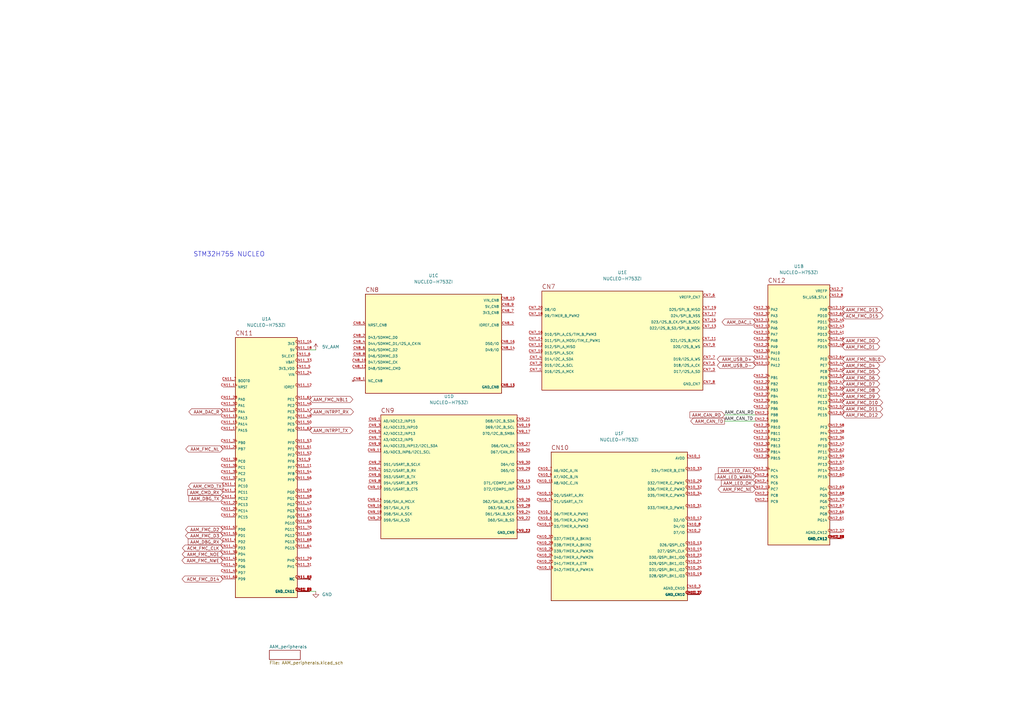
<source format=kicad_sch>
(kicad_sch (version 20250114) (generator "eeschema") (generator_version "9.0")
  (paper "A3")
  (lib_symbols
    (symbol "NUCLEO-H753ZI:NUCLEO-H753ZI" (pin_names (offset 1.016))
      (property "Reference" "U" (at -12.7 57.15 0))
      (property "Value" "NUCLEO-H753ZI" (at -12.7 -54.61 0))
      (symbol "NUCLEO-H753ZI_1_0"
        (rectangle (start -12.7 -53.34) (end 12.7 53.34) (stroke (width 0.254)) (fill (type background)))
        (text "CN11" (at -12.7 54.102 0) (effects (font (size 1.778 1.778)) (justify left bottom)))
        (pin input line (at -17.78 35.56 0) (length 5.08) (name "BOOT0") (number "CN11_7"))
        (pin input line (at -17.78 33.02 0) (length 5.08) (name "NRST") (number "CN11_14"))
        (pin bidirectional line (at -17.78 27.94 0) (length 5.08) (name "PA0") (number "CN11_28"))
        (pin bidirectional line (at -17.78 25.4 0) (length 5.08) (name "PA1") (number "CN11_30"))
        (pin bidirectional line (at -17.78 22.86 0) (length 5.08) (name "PA4") (number "CN11_32"))
        (pin bidirectional line (at -17.78 20.32 0) (length 5.08) (name "PA13") (number "CN11_13"))
        (pin bidirectional line (at -17.78 17.78 0) (length 5.08) (name "PA14") (number "CN11_15"))
        (pin bidirectional line (at -17.78 15.24 0) (length 5.08) (name "PA15") (number "CN11_17"))
        (pin bidirectional line (at -17.78 10.16 0) (length 5.08) (name "PB0") (number "CN11_34"))
        (pin bidirectional line (at -17.78 7.62 0) (length 5.08) (name "PB7") (number "CN11_21"))
        (pin bidirectional line (at -17.78 2.54 0) (length 5.08) (name "PC0") (number "CN11_38"))
        (pin bidirectional line (at -17.78 0 0) (length 5.08) (name "PC1") (number "CN11_36"))
        (pin bidirectional line (at -17.78 -2.54 0) (length 5.08) (name "PC2") (number "CN11_35"))
        (pin bidirectional line (at -17.78 -5.08 0) (length 5.08) (name "PC3") (number "CN11_37"))
        (pin bidirectional line (at -17.78 -7.62 0) (length 5.08) (name "PC10") (number "CN11_1"))
        (pin bidirectional line (at -17.78 -10.16 0) (length 5.08) (name "PC11") (number "CN11_2"))
        (pin bidirectional line (at -17.78 -12.7 0) (length 5.08) (name "PC12") (number "CN11_3"))
        (pin bidirectional line (at -17.78 -15.24 0) (length 5.08) (name "PC13") (number "CN11_23"))
        (pin bidirectional line (at -17.78 -17.78 0) (length 5.08) (name "PC14") (number "CN11_25"))
        (pin bidirectional line (at -17.78 -20.32 0) (length 5.08) (name "PC15") (number "CN11_27"))
        (pin bidirectional line (at -17.78 -25.4 0) (length 5.08) (name "PD0") (number "CN11_57"))
        (pin bidirectional line (at -17.78 -27.94 0) (length 5.08) (name "PD1") (number "CN11_55"))
        (pin bidirectional line (at -17.78 -30.48 0) (length 5.08) (name "PD2") (number "CN11_4"))
        (pin bidirectional line (at -17.78 -33.02 0) (length 5.08) (name "PD3") (number "CN11_40"))
        (pin bidirectional line (at -17.78 -35.56 0) (length 5.08) (name "PD4") (number "CN11_39"))
        (pin bidirectional line (at -17.78 -38.1 0) (length 5.08) (name "PD5") (number "CN11_41"))
        (pin bidirectional line (at -17.78 -40.64 0) (length 5.08) (name "PD6") (number "CN11_43"))
        (pin bidirectional line (at -17.78 -43.18 0) (length 5.08) (name "PD7") (number "CN11_45"))
        (pin bidirectional line (at -17.78 -45.72 0) (length 5.08) (name "PD9") (number "CN11_69"))
        (pin power_in line (at 17.78 50.8 180) (length 5.08) (name "3V3") (number "CN11_16"))
        (pin power_in line (at 17.78 48.26 180) (length 5.08) (name "5V") (number "CN11_18"))
        (pin power_in line (at 17.78 45.72 180) (length 5.08) (name "5V_EXT") (number "CN11_6"))
        (pin power_in line (at 17.78 43.18 180) (length 5.08) (name "VBAT") (number "CN11_33"))
        (pin power_in line (at 17.78 40.64 180) (length 5.08) (name "3V3_VDD") (number "CN11_5"))
        (pin power_in line (at 17.78 38.1 180) (length 5.08) (name "VIN") (number "CN11_24"))
        (pin bidirectional line (at 17.78 33.02 180) (length 5.08) (name "IOREF") (number "CN11_12"))
        (pin bidirectional line (at 17.78 27.94 180) (length 5.08) (name "PE1") (number "CN11_61"))
        (pin bidirectional line (at 17.78 25.4 180) (length 5.08) (name "PE2") (number "CN11_46"))
        (pin bidirectional line (at 17.78 22.86 180) (length 5.08) (name "PE3") (number "CN11_47"))
        (pin bidirectional line (at 17.78 20.32 180) (length 5.08) (name "PE4") (number "CN11_48"))
        (pin bidirectional line (at 17.78 17.78 180) (length 5.08) (name "PE5") (number "CN11_50"))
        (pin bidirectional line (at 17.78 15.24 180) (length 5.08) (name "PE6") (number "CN11_62"))
        (pin bidirectional line (at 17.78 10.16 180) (length 5.08) (name "PF0") (number "CN11_53"))
        (pin bidirectional line (at 17.78 7.62 180) (length 5.08) (name "PF1") (number "CN11_51"))
        (pin bidirectional line (at 17.78 5.08 180) (length 5.08) (name "PF2") (number "CN11_52"))
        (pin bidirectional line (at 17.78 2.54 180) (length 5.08) (name "PF6") (number "CN11_9"))
        (pin bidirectional line (at 17.78 0 180) (length 5.08) (name "PF7") (number "CN11_11"))
        (pin bidirectional line (at 17.78 -2.54 180) (length 5.08) (name "PF8") (number "CN11_54"))
        (pin bidirectional line (at 17.78 -5.08 180) (length 5.08) (name "PF9") (number "CN11_56"))
        (pin bidirectional line (at 17.78 -10.16 180) (length 5.08) (name "PG0") (number "CN11_59"))
        (pin bidirectional line (at 17.78 -12.7 180) (length 5.08) (name "PG1") (number "CN11_58"))
        (pin bidirectional line (at 17.78 -15.24 180) (length 5.08) (name "PG2") (number "CN11_42"))
        (pin bidirectional line (at 17.78 -17.78 180) (length 5.08) (name "PG3") (number "CN11_44"))
        (pin bidirectional line (at 17.78 -20.32 180) (length 5.08) (name "PG9") (number "CN11_63"))
        (pin bidirectional line (at 17.78 -22.86 180) (length 5.08) (name "PG10") (number "CN11_66"))
        (pin bidirectional line (at 17.78 -25.4 180) (length 5.08) (name "PG11") (number "CN11_70"))
        (pin bidirectional line (at 17.78 -27.94 180) (length 5.08) (name "PG12") (number "CN11_65"))
        (pin bidirectional line (at 17.78 -30.48 180) (length 5.08) (name "PG13") (number "CN11_68"))
        (pin bidirectional line (at 17.78 -33.02 180) (length 5.08) (name "PG15") (number "CN11_64"))
        (pin bidirectional line (at 17.78 -38.1 180) (length 5.08) (name "PH0") (number "CN11_29"))
        (pin bidirectional line (at 17.78 -40.64 180) (length 5.08) (name "PH1") (number "CN11_31"))
        (pin no_connect line (at 17.78 -45.72 180) (length 5.08) (name "NC") (number "CN11_10"))
        (pin no_connect line (at 17.78 -45.72 180) (length 5.08) (name "NC") (number "CN11_26"))
        (pin no_connect line (at 17.78 -45.72 180) (length 5.08) (name "NC") (number "CN11_67"))
        (pin power_in line (at 17.78 -50.8 180) (length 5.08) (name "GND_CN11") (number "CN11_19"))
        (pin power_in line (at 17.78 -50.8 180) (length 5.08) (name "GND_CN11") (number "CN11_20"))
        (pin power_in line (at 17.78 -50.8 180) (length 5.08) (name "GND_CN11") (number "CN11_22"))
        (pin power_in line (at 17.78 -50.8 180) (length 5.08) (name "GND_CN11") (number "CN11_49"))
        (pin power_in line (at 17.78 -50.8 180) (length 5.08) (name "GND_CN11") (number "CN11_60"))
        (pin power_in line (at 17.78 -50.8 180) (length 5.08) (name "GND_CN11") (number "CN11_71"))
        (pin power_in line (at 17.78 -50.8 180) (length 5.08) (name "GND_CN11") (number "CN11_72"))
        (pin power_in line (at 17.78 -50.8 180) (length 5.08) (name "GND_CN11") (number "CN11_8"))
      )
      (symbol "NUCLEO-H753ZI_2_0"
        (rectangle (start -12.7 -53.34) (end 12.7 53.34) (stroke (width 0.254)) (fill (type background)))
        (text "CN12" (at -12.7 54.102 0) (effects (font (size 1.778 1.778)) (justify left bottom)))
        (pin bidirectional line (at -17.78 43.18 0) (length 5.08) (name "PA2") (number "CN12_35"))
        (pin bidirectional line (at -17.78 40.64 0) (length 5.08) (name "PA3") (number "CN12_37"))
        (pin bidirectional line (at -17.78 38.1 0) (length 5.08) (name "PA5") (number "CN12_11"))
        (pin bidirectional line (at -17.78 35.56 0) (length 5.08) (name "PA6") (number "CN12_13"))
        (pin bidirectional line (at -17.78 33.02 0) (length 5.08) (name "PA7") (number "CN12_15"))
        (pin bidirectional line (at -17.78 30.48 0) (length 5.08) (name "PA8") (number "CN12_23"))
        (pin bidirectional line (at -17.78 27.94 0) (length 5.08) (name "PA9") (number "CN12_21"))
        (pin bidirectional line (at -17.78 25.4 0) (length 5.08) (name "PA10") (number "CN12_33"))
        (pin bidirectional line (at -17.78 22.86 0) (length 5.08) (name "PA11") (number "CN12_14"))
        (pin bidirectional line (at -17.78 20.32 0) (length 5.08) (name "PA12") (number "CN12_12"))
        (pin bidirectional line (at -17.78 15.24 0) (length 5.08) (name "PB1") (number "CN12_24"))
        (pin bidirectional line (at -17.78 12.7 0) (length 5.08) (name "PB2") (number "CN12_22"))
        (pin bidirectional line (at -17.78 10.16 0) (length 5.08) (name "PB3") (number "CN12_31"))
        (pin bidirectional line (at -17.78 7.62 0) (length 5.08) (name "PB4") (number "CN12_27"))
        (pin bidirectional line (at -17.78 5.08 0) (length 5.08) (name "PB5") (number "CN12_29"))
        (pin bidirectional line (at -17.78 2.54 0) (length 5.08) (name "PB6") (number "CN12_17"))
        (pin bidirectional line (at -17.78 0 0) (length 5.08) (name "PB8") (number "CN12_3"))
        (pin bidirectional line (at -17.78 -2.54 0) (length 5.08) (name "PB9") (number "CN12_5"))
        (pin bidirectional line (at -17.78 -5.08 0) (length 5.08) (name "PB10") (number "CN12_25"))
        (pin bidirectional line (at -17.78 -7.62 0) (length 5.08) (name "PB11") (number "CN12_18"))
        (pin bidirectional line (at -17.78 -10.16 0) (length 5.08) (name "PB12") (number "CN12_16"))
        (pin bidirectional line (at -17.78 -12.7 0) (length 5.08) (name "PB13") (number "CN12_30"))
        (pin bidirectional line (at -17.78 -15.24 0) (length 5.08) (name "PB14") (number "CN12_28"))
        (pin bidirectional line (at -17.78 -17.78 0) (length 5.08) (name "PB15") (number "CN12_26"))
        (pin bidirectional line (at -17.78 -22.86 0) (length 5.08) (name "PC4") (number "CN12_34"))
        (pin bidirectional line (at -17.78 -25.4 0) (length 5.08) (name "PC5") (number "CN12_6"))
        (pin bidirectional line (at -17.78 -27.94 0) (length 5.08) (name "PC6") (number "CN12_4"))
        (pin bidirectional line (at -17.78 -30.48 0) (length 5.08) (name "PC7") (number "CN12_19"))
        (pin bidirectional line (at -17.78 -33.02 0) (length 5.08) (name "PC8") (number "CN12_2"))
        (pin bidirectional line (at -17.78 -35.56 0) (length 5.08) (name "PC9") (number "CN12_1"))
        (pin power_in line (at 17.78 50.8 180) (length 5.08) (name "VREFP") (number "CN12_7"))
        (pin power_in line (at 17.78 48.26 180) (length 5.08) (name "5V_USB_STLK") (number "CN12_8"))
        (pin bidirectional line (at 17.78 43.18 180) (length 5.08) (name "PD8") (number "CN12_10"))
        (pin bidirectional line (at 17.78 40.64 180) (length 5.08) (name "PD10") (number "CN12_65"))
        (pin bidirectional line (at 17.78 38.1 180) (length 5.08) (name "PD11") (number "CN12_45"))
        (pin bidirectional line (at 17.78 35.56 180) (length 5.08) (name "PD12") (number "CN12_43"))
        (pin bidirectional line (at 17.78 33.02 180) (length 5.08) (name "PD13") (number "CN12_41"))
        (pin bidirectional line (at 17.78 30.48 180) (length 5.08) (name "PD14") (number "CN12_46"))
        (pin bidirectional line (at 17.78 27.94 180) (length 5.08) (name "PD15") (number "CN12_48"))
        (pin bidirectional line (at 17.78 22.86 180) (length 5.08) (name "PE0") (number "CN12_64"))
        (pin bidirectional line (at 17.78 20.32 180) (length 5.08) (name "PE7") (number "CN12_44"))
        (pin bidirectional line (at 17.78 17.78 180) (length 5.08) (name "PE8") (number "CN12_40"))
        (pin bidirectional line (at 17.78 15.24 180) (length 5.08) (name "PE9") (number "CN12_52"))
        (pin bidirectional line (at 17.78 12.7 180) (length 5.08) (name "PE10") (number "CN12_47"))
        (pin bidirectional line (at 17.78 10.16 180) (length 5.08) (name "PE11") (number "CN12_56"))
        (pin bidirectional line (at 17.78 7.62 180) (length 5.08) (name "PE12") (number "CN12_49"))
        (pin bidirectional line (at 17.78 5.08 180) (length 5.08) (name "PE13") (number "CN12_55"))
        (pin bidirectional line (at 17.78 2.54 180) (length 5.08) (name "PE14") (number "CN12_51"))
        (pin bidirectional line (at 17.78 0 180) (length 5.08) (name "PE15") (number "CN12_53"))
        (pin bidirectional line (at 17.78 -5.08 180) (length 5.08) (name "PF3") (number "CN12_58"))
        (pin bidirectional line (at 17.78 -7.62 180) (length 5.08) (name "PF4") (number "CN12_38"))
        (pin bidirectional line (at 17.78 -10.16 180) (length 5.08) (name "PF5") (number "CN12_36"))
        (pin bidirectional line (at 17.78 -12.7 180) (length 5.08) (name "PF10") (number "CN12_42"))
        (pin bidirectional line (at 17.78 -15.24 180) (length 5.08) (name "PF11") (number "CN12_62"))
        (pin bidirectional line (at 17.78 -17.78 180) (length 5.08) (name "PF12") (number "CN12_59"))
        (pin bidirectional line (at 17.78 -20.32 180) (length 5.08) (name "PF13") (number "CN12_57"))
        (pin bidirectional line (at 17.78 -22.86 180) (length 5.08) (name "PF14") (number "CN12_50"))
        (pin bidirectional line (at 17.78 -25.4 180) (length 5.08) (name "PF15") (number "CN12_60"))
        (pin bidirectional line (at 17.78 -30.48 180) (length 5.08) (name "PG4") (number "CN12_69"))
        (pin bidirectional line (at 17.78 -33.02 180) (length 5.08) (name "PG5") (number "CN12_68"))
        (pin bidirectional line (at 17.78 -35.56 180) (length 5.08) (name "PG6") (number "CN12_70"))
        (pin bidirectional line (at 17.78 -38.1 180) (length 5.08) (name "PG7") (number "CN12_67"))
        (pin bidirectional line (at 17.78 -40.64 180) (length 5.08) (name "PG8") (number "CN12_66"))
        (pin bidirectional line (at 17.78 -43.18 180) (length 5.08) (name "PG14") (number "CN12_61"))
        (pin power_in line (at 17.78 -48.26 180) (length 5.08) (name "AGND_CN12") (number "CN12_32"))
        (pin power_in line (at 17.78 -50.8 180) (length 5.08) (name "GND_CN12") (number "CN12_20"))
        (pin power_in line (at 17.78 -50.8 180) (length 5.08) (name "GND_CN12") (number "CN12_39"))
        (pin power_in line (at 17.78 -50.8 180) (length 5.08) (name "GND_CN12") (number "CN12_54"))
        (pin power_in line (at 17.78 -50.8 180) (length 5.08) (name "GND_CN12") (number "CN12_63"))
        (pin power_in line (at 17.78 -50.8 180) (length 5.08) (name "GND_CN12") (number "CN12_71"))
        (pin power_in line (at 17.78 -50.8 180) (length 5.08) (name "GND_CN12") (number "CN12_72"))
        (pin power_in line (at 17.78 -50.8 180) (length 5.08) (name "GND_CN12") (number "CN12_9"))
      )
      (symbol "NUCLEO-H753ZI_3_0"
        (rectangle (start -27.94 -20.32) (end 27.94 20.32) (stroke (width 0.254)) (fill (type background)))
        (text "CN8" (at -27.94 21.082 0) (effects (font (size 1.778 1.778)) (justify left bottom)))
        (pin input line (at -33.02 7.62 0) (length 5.08) (name "NRST_CN8") (number "CN8_5"))
        (pin bidirectional line (at -33.02 2.54 0) (length 5.08) (name "D43/SDMMC_D0") (number "CN8_2"))
        (pin bidirectional line (at -33.02 0 0) (length 5.08) (name "D44/SDMMC_D1/I2S_A_CKIN") (number "CN8_4"))
        (pin bidirectional line (at -33.02 -2.54 0) (length 5.08) (name "D45/SDMMC_D2") (number "CN8_6"))
        (pin bidirectional line (at -33.02 -5.08 0) (length 5.08) (name "D46/SDMMC_D3") (number "CN8_8"))
        (pin bidirectional line (at -33.02 -7.62 0) (length 5.08) (name "D47/SDMMC_CK") (number "CN8_10"))
        (pin bidirectional line (at -33.02 -10.16 0) (length 5.08) (name "D48/SDMMC_CMD") (number "CN8_12"))
        (pin no_connect line (at -33.02 -15.24 0) (length 5.08) (name "NC_CN8") (number "CN8_1"))
        (pin power_in line (at 33.02 17.78 180) (length 5.08) (name "VIN_CN8") (number "CN8_15"))
        (pin power_in line (at 33.02 15.24 180) (length 5.08) (name "5V_CN8") (number "CN8_9"))
        (pin power_in line (at 33.02 12.7 180) (length 5.08) (name "3V3_CN8") (number "CN8_7"))
        (pin bidirectional line (at 33.02 7.62 180) (length 5.08) (name "IOREF_CN8") (number "CN8_3"))
        (pin bidirectional line (at 33.02 0 180) (length 5.08) (name "D50/IO") (number "CN8_16"))
        (pin bidirectional line (at 33.02 -2.54 180) (length 5.08) (name "D49/IO") (number "CN8_14"))
        (pin power_in line (at 33.02 -17.78 180) (length 5.08) (name "GND_CN8") (number "CN8_11"))
        (pin power_in line (at 33.02 -17.78 180) (length 5.08) (name "GND_CN8") (number "CN8_13"))
      )
      (symbol "NUCLEO-H753ZI_4_0"
        (rectangle (start -27.94 -25.4) (end 27.94 25.4) (stroke (width 0.254)) (fill (type background)))
        (text "CN9" (at -27.94 26.162 0) (effects (font (size 1.778 1.778)) (justify left bottom)))
        (pin input line (at -33.02 22.86 0) (length 5.08) (name "A0/ADC12_INP15") (number "CN9_1"))
        (pin input line (at -33.02 20.32 0) (length 5.08) (name "A1/ADC123_INP10") (number "CN9_3"))
        (pin input line (at -33.02 17.78 0) (length 5.08) (name "A2/ADC12_INP13") (number "CN9_5"))
        (pin input line (at -33.02 15.24 0) (length 5.08) (name "A3/ADC12_INP5") (number "CN9_7"))
        (pin input line (at -33.02 12.7 0) (length 5.08) (name "A4/ADC123_INP12/I2C1_SDA") (number "CN9_9"))
        (pin input line (at -33.02 10.16 0) (length 5.08) (name "A5/ADC3_INP6/I2C1_SCL") (number "CN9_11"))
        (pin bidirectional line (at -33.02 5.08 0) (length 5.08) (name "D51/USART_B_SCLK") (number "CN9_2"))
        (pin bidirectional line (at -33.02 2.54 0) (length 5.08) (name "D52/USART_B_RX") (number "CN9_4"))
        (pin bidirectional line (at -33.02 0 0) (length 5.08) (name "D53/USART_B_TX") (number "CN9_6"))
        (pin bidirectional line (at -33.02 -2.54 0) (length 5.08) (name "D54/USART_B_RTS") (number "CN9_8"))
        (pin bidirectional line (at -33.02 -5.08 0) (length 5.08) (name "D55/USART_B_CTS") (number "CN9_10"))
        (pin bidirectional line (at -33.02 -10.16 0) (length 5.08) (name "D56/SAI_A_MCLK") (number "CN9_14"))
        (pin bidirectional line (at -33.02 -12.7 0) (length 5.08) (name "D57/SAI_A_FS") (number "CN9_16"))
        (pin bidirectional line (at -33.02 -15.24 0) (length 5.08) (name "D58/SAI_A_SCK") (number "CN9_18"))
        (pin bidirectional line (at -33.02 -17.78 0) (length 5.08) (name "D59/SAI_A_SD") (number "CN9_20"))
        (pin bidirectional line (at 33.02 22.86 180) (length 5.08) (name "D68/I2C_B_SDA") (number "CN9_21"))
        (pin bidirectional line (at 33.02 20.32 180) (length 5.08) (name "D69/I2C_B_SCL") (number "CN9_19"))
        (pin bidirectional line (at 33.02 17.78 180) (length 5.08) (name "D70/I2C_B_SMBA") (number "CN9_17"))
        (pin output line (at 33.02 12.7 180) (length 5.08) (name "D66/CAN_TX") (number "CN9_27"))
        (pin input line (at 33.02 10.16 180) (length 5.08) (name "D67/CAN_RX") (number "CN9_25"))
        (pin bidirectional line (at 33.02 5.08 180) (length 5.08) (name "D64/IO") (number "CN9_30"))
        (pin bidirectional line (at 33.02 2.54 180) (length 5.08) (name "D65/IO") (number "CN9_29"))
        (pin bidirectional line (at 33.02 -2.54 180) (length 5.08) (name "D71/COMP2_INP") (number "CN9_15"))
        (pin bidirectional line (at 33.02 -5.08 180) (length 5.08) (name "D72/COMP1_INP") (number "CN9_13"))
        (pin bidirectional line (at 33.02 -10.16 180) (length 5.08) (name "D62/SAI_B_MCLK") (number "CN9_26"))
        (pin bidirectional line (at 33.02 -12.7 180) (length 5.08) (name "D63/SAI_B_FS") (number "CN9_28"))
        (pin bidirectional line (at 33.02 -15.24 180) (length 5.08) (name "D61/SAI_B_SCK") (number "CN9_24"))
        (pin bidirectional line (at 33.02 -17.78 180) (length 5.08) (name "D60/SAI_B_SD") (number "CN9_22"))
        (pin power_in line (at 33.02 -22.86 180) (length 5.08) (name "GND_CN9") (number "CN9_12"))
        (pin power_in line (at 33.02 -22.86 180) (length 5.08) (name "GND_CN9") (number "CN9_23"))
      )
      (symbol "NUCLEO-H753ZI_5_0"
        (rectangle (start -33.02 -20.32) (end 33.02 20.32) (stroke (width 0.254)) (fill (type background)))
        (text "CN7" (at -33.02 21.082 0) (effects (font (size 1.778 1.778)) (justify left bottom)))
        (pin bidirectional line (at -38.1 12.7 0) (length 5.08) (name "D8/IO") (number "CN7_20"))
        (pin bidirectional line (at -38.1 10.16 0) (length 5.08) (name "D9/TIMER_B_PWM2") (number "CN7_18"))
        (pin bidirectional line (at -38.1 2.54 0) (length 5.08) (name "D10/SPI_A_CS/TIM_B_PWM3") (number "CN7_16"))
        (pin bidirectional line (at -38.1 0 0) (length 5.08) (name "D11/SPI_A_MOSI/TIM_E_PWM1") (number "CN7_14"))
        (pin bidirectional line (at -38.1 -2.54 0) (length 5.08) (name "D12/SPI_A_MISO") (number "CN7_12"))
        (pin bidirectional line (at -38.1 -5.08 0) (length 5.08) (name "D13/SPI_A_SCK") (number "CN7_10"))
        (pin bidirectional line (at -38.1 -7.62 0) (length 5.08) (name "D14/I2C_A_SDA") (number "CN7_4"))
        (pin bidirectional line (at -38.1 -10.16 0) (length 5.08) (name "D15/I2C_A_SCL") (number "CN7_2"))
        (pin bidirectional line (at -38.1 -12.7 0) (length 5.08) (name "D16/I2S_A_MCK") (number "CN7_1"))
        (pin power_in line (at 38.1 17.78 180) (length 5.08) (name "VREFP_CN7") (number "CN7_6"))
        (pin bidirectional line (at 38.1 12.7 180) (length 5.08) (name "D25/SPI_B_MISO") (number "CN7_19"))
        (pin bidirectional line (at 38.1 10.16 180) (length 5.08) (name "D24/SPI_B_NSS") (number "CN7_17"))
        (pin bidirectional line (at 38.1 7.62 180) (length 5.08) (name "D23/I2S_B_CK/SPI_B_SCK") (number "CN7_15"))
        (pin bidirectional line (at 38.1 5.08 180) (length 5.08) (name "D22/I2S_B_SD/SPI_B_MOSI") (number "CN7_13"))
        (pin bidirectional line (at 38.1 0 180) (length 5.08) (name "D21/I2S_B_MCK") (number "CN7_11"))
        (pin bidirectional line (at 38.1 -2.54 180) (length 5.08) (name "D20/I2S_B_WS") (number "CN7_9"))
        (pin bidirectional line (at 38.1 -7.62 180) (length 5.08) (name "D19/I2S_A_WS") (number "CN7_7"))
        (pin bidirectional line (at 38.1 -10.16 180) (length 5.08) (name "D18/I2S_A_CK") (number "CN7_5"))
        (pin bidirectional line (at 38.1 -12.7 180) (length 5.08) (name "D17/I2S_A_SD") (number "CN7_3"))
        (pin power_in line (at 38.1 -17.78 180) (length 5.08) (name "GND_CN7") (number "CN7_8"))
      )
      (symbol "NUCLEO-H753ZI_6_0"
        (rectangle (start -27.94 -30.48) (end 27.94 30.48) (stroke (width 0.254)) (fill (type background)))
        (text "CN10" (at -27.94 31.242 0) (effects (font (size 1.778 1.778)) (justify left bottom)))
        (pin input line (at -33.02 22.86 0) (length 5.08) (name "A6/ADC_A_IN") (number "CN10_7"))
        (pin input line (at -33.02 20.32 0) (length 5.08) (name "A7/ADC_B_IN") (number "CN10_9"))
        (pin input line (at -33.02 17.78 0) (length 5.08) (name "A8/ADC_C_IN") (number "CN10_11"))
        (pin input line (at -33.02 12.7 0) (length 5.08) (name "D0/USART_A_RX") (number "CN10_16"))
        (pin output line (at -33.02 10.16 0) (length 5.08) (name "D1/USART_A_TX") (number "CN10_14"))
        (pin bidirectional line (at -33.02 5.08 0) (length 5.08) (name "D6/TIMER_A_PWM1") (number "CN10_4"))
        (pin bidirectional line (at -33.02 2.54 0) (length 5.08) (name "D5/TIMER_A_PWM2") (number "CN10_6"))
        (pin bidirectional line (at -33.02 0 0) (length 5.08) (name "D3/TIMER_A_PWM3") (number "CN10_10"))
        (pin bidirectional line (at -33.02 -5.08 0) (length 5.08) (name "D37/TIMER_A_BKIN1") (number "CN10_30"))
        (pin bidirectional line (at -33.02 -7.62 0) (length 5.08) (name "D38/TIMER_A_BKIN2") (number "CN10_28"))
        (pin bidirectional line (at -33.02 -10.16 0) (length 5.08) (name "D39/TIMER_A_PWM3N") (number "CN10_26"))
        (pin bidirectional line (at -33.02 -12.7 0) (length 5.08) (name "D40/TIMER_A_PWM2N") (number "CN10_24"))
        (pin bidirectional line (at -33.02 -15.24 0) (length 5.08) (name "D41/TIMER_A_ETR") (number "CN10_20"))
        (pin bidirectional line (at -33.02 -17.78 0) (length 5.08) (name "D42/TIMER_A_PWM1N") (number "CN10_18"))
        (pin power_in line (at 33.02 27.94 180) (length 5.08) (name "AVDD") (number "CN10_1"))
        (pin bidirectional line (at 33.02 22.86 180) (length 5.08) (name "D34/TIMER_B_ETR") (number "CN10_33"))
        (pin bidirectional line (at 33.02 17.78 180) (length 5.08) (name "D32/TIMER_C_PWM1") (number "CN10_29"))
        (pin bidirectional line (at 33.02 15.24 180) (length 5.08) (name "D36/TIMER_C_PWM2") (number "CN10_32"))
        (pin bidirectional line (at 33.02 12.7 180) (length 5.08) (name "D35/TIMER_C_PWM3") (number "CN10_34"))
        (pin bidirectional line (at 33.02 7.62 180) (length 5.08) (name "D33/TIMER_D_PWM1") (number "CN10_31"))
        (pin bidirectional line (at 33.02 2.54 180) (length 5.08) (name "D2/IO") (number "CN10_12"))
        (pin bidirectional line (at 33.02 0 180) (length 5.08) (name "D4/IO") (number "CN10_8"))
        (pin bidirectional line (at 33.02 -2.54 180) (length 5.08) (name "D7/IO") (number "CN10_2"))
        (pin bidirectional line (at 33.02 -7.62 180) (length 5.08) (name "D26/QSPI_CS") (number "CN10_13"))
        (pin bidirectional line (at 33.02 -10.16 180) (length 5.08) (name "D27/QSPI_CLK") (number "CN10_15"))
        (pin bidirectional line (at 33.02 -12.7 180) (length 5.08) (name "D30/QSPI_BK1_IO0") (number "CN10_23"))
        (pin bidirectional line (at 33.02 -15.24 180) (length 5.08) (name "D29/QSPI_BK1_IO1") (number "CN10_21"))
        (pin bidirectional line (at 33.02 -17.78 180) (length 5.08) (name "D31/QSPI_BK1_IO2") (number "CN10_25"))
        (pin bidirectional line (at 33.02 -20.32 180) (length 5.08) (name "D28/QSPI_BK1_IO3") (number "CN10_19"))
        (pin power_in line (at 33.02 -25.4 180) (length 5.08) (name "AGND_CN10") (number "CN10_3"))
        (pin power_in line (at 33.02 -27.94 180) (length 5.08) (name "GND_CN10") (number "CN10_17"))
        (pin power_in line (at 33.02 -27.94 180) (length 5.08) (name "GND_CN10") (number "CN10_22"))
        (pin power_in line (at 33.02 -27.94 180) (length 5.08) (name "GND_CN10") (number "CN10_27"))
        (pin power_in line (at 33.02 -27.94 180) (length 5.08) (name "GND_CN10") (number "CN10_5"))
      )
    )
    (symbol "power:+5V" (power) (pin_numbers (hide yes)) (pin_names (offset 0) (hide yes))
      (property "Value" "+5V" (at 0 3.556 0))
      (symbol "+5V_0_1"
        (polyline (pts (xy -0.762 1.27) (xy 0 2.54)))
        (polyline (pts (xy 0 2.54) (xy 0.762 1.27)))
        (polyline (pts (xy 0 0) (xy 0 2.54)))
      )
      (symbol "+5V_1_1"
        (pin power_in line (at 0 0 90) (length 0) (name "~") (number "1"))
      )
    )
    (symbol "power:GND" (power) (pin_numbers (hide yes)) (pin_names (offset 0) (hide yes))
      (property "Value" "GND" (at 0 -3.81 0))
      (symbol "GND_0_1"
        (polyline (pts (xy 0 0) (xy 0 -1.27) (xy 1.27 -1.27) (xy 0 -2.54) (xy -1.27 -1.27) (xy 0 -1.27)))
      )
      (symbol "GND_1_1"
        (pin power_in line (at 0 0 270) (length 0) (name "~") (number "1"))
      )
    )
  )
  (text "STM32H755 NUCLEO" (at 93.98 104.394 0) (effects (font (size 1.905 1.905))))
  (wire (pts (xy 127 242.57) (xy 129.54 242.57)))
  (wire (pts (xy 297.18 172.72) (xy 309.88 172.72)))
  (wire (pts (xy 297.18 170.18) (xy 309.88 170.18)))
  (wire (pts (xy 127 143.51) (xy 129.54 143.51)))
  (label "AAM_CAN_TD" (at 297.18 172.72 0))
  (label "AAM_CAN_RD" (at 297.18 170.18 0))
  (global_label "AAM_CAN_RD" (shape input) (at 297.18 170.18 180) (property "Intersheetrefs" "${INTERSHEET_REFS}" (effects (hide yes))))
  (global_label "AAM_FMC_D6" (shape bidirectional) (at 345.44 154.94 0) (property "Intersheetrefs" "${INTERSHEET_REFS}" (effects (hide yes))))
  (global_label "AAM_FMC_NWE" (shape bidirectional) (at 91.44 229.87 180) (property "Intersheetrefs" "${INTERSHEET_REFS}" (effects (hide yes))))
  (global_label "AAM_FMC_D9" (shape bidirectional) (at 345.44 162.56 0) (property "Intersheetrefs" "${INTERSHEET_REFS}" (effects (hide yes))))
  (global_label "AAM_CMD_TX" (shape output) (at 91.44 199.39 180) (property "Intersheetrefs" "${INTERSHEET_REFS}" (effects (hide yes))))
  (global_label "AAM_FMC_NE" (shape bidirectional) (at 309.88 200.66 180) (property "Intersheetrefs" "${INTERSHEET_REFS}" (effects (hide yes))))
  (global_label "AAM_FMC_D11" (shape bidirectional) (at 345.44 167.64 0) (property "Intersheetrefs" "${INTERSHEET_REFS}" (effects (hide yes))))
  (global_label "AAM_INTRPT_TX" (shape bidirectional) (at 127 176.53 0) (property "Intersheetrefs" "${INTERSHEET_REFS}" (effects (hide yes))))
  (global_label "AAM_FMC_NL" (shape bidirectional) (at 91.44 184.15 180) (property "Intersheetrefs" "${INTERSHEET_REFS}" (effects (hide yes))))
  (global_label "AAM_FMC_D1" (shape bidirectional) (at 345.44 142.24 0) (property "Intersheetrefs" "${INTERSHEET_REFS}" (effects (hide yes))))
  (global_label "ACM_FMC_D15" (shape bidirectional) (at 345.44 129.54 0) (property "Intersheetrefs" "${INTERSHEET_REFS}" (effects (hide yes))))
  (global_label "AAM_FMC_D8" (shape bidirectional) (at 345.44 160.02 0) (property "Intersheetrefs" "${INTERSHEET_REFS}" (effects (hide yes))))
  (global_label "AAM_INTRPT_RX" (shape bidirectional) (at 127 168.91 0) (property "Intersheetrefs" "${INTERSHEET_REFS}" (effects (hide yes))))
  (global_label "AAM_DBG_RX" (shape input) (at 91.44 222.25 180) (property "Intersheetrefs" "${INTERSHEET_REFS}" (effects (hide yes))))
  (global_label "AAM_LED_OK" (shape input) (at 309.88 198.12 180) (property "Intersheetrefs" "${INTERSHEET_REFS}" (effects (hide yes))))
  (global_label "AAM_DAC_L" (shape bidirectional) (at 309.88 132.08 180) (property "Intersheetrefs" "${INTERSHEET_REFS}" (effects (hide yes))))
  (global_label "AAM_FMC_D0" (shape bidirectional) (at 345.44 139.7 0) (property "Intersheetrefs" "${INTERSHEET_REFS}" (effects (hide yes))))
  (global_label "AAM_DBG_TX" (shape input) (at 91.44 204.47 180) (property "Intersheetrefs" "${INTERSHEET_REFS}" (effects (hide yes))))
  (global_label "AAM_FMC_NBL0" (shape bidirectional) (at 345.44 147.32 0) (property "Intersheetrefs" "${INTERSHEET_REFS}" (effects (hide yes))))
  (global_label "AAM_FMC_D4" (shape bidirectional) (at 345.44 149.86 0) (property "Intersheetrefs" "${INTERSHEET_REFS}" (effects (hide yes))))
  (global_label "AAM_CMD_RX" (shape input) (at 91.44 201.93 180) (property "Intersheetrefs" "${INTERSHEET_REFS}" (effects (hide yes))))
  (global_label "AAM_DAC_R" (shape bidirectional) (at 91.44 168.91 180) (property "Intersheetrefs" "${INTERSHEET_REFS}" (effects (hide yes))))
  (global_label "AAM_FMC_D2" (shape bidirectional) (at 91.44 217.17 180) (property "Intersheetrefs" "${INTERSHEET_REFS}" (effects (hide yes))))
  (global_label "AAM_FMC_D3" (shape bidirectional) (at 91.44 219.71 180) (property "Intersheetrefs" "${INTERSHEET_REFS}" (effects (hide yes))))
  (global_label "AAM_LED_FAIL" (shape input) (at 309.88 193.04 180) (property "Intersheetrefs" "${INTERSHEET_REFS}" (effects (hide yes))))
  (global_label "AAM_USB_D-" (shape bidirectional) (at 309.88 149.86 180) (property "Intersheetrefs" "${INTERSHEET_REFS}" (effects (hide yes))))
  (global_label "AAM_FMC_D7" (shape bidirectional) (at 345.44 157.48 0) (property "Intersheetrefs" "${INTERSHEET_REFS}" (effects (hide yes))))
  (global_label "AAM_FMC_NOE" (shape bidirectional) (at 91.44 227.33 180) (property "Intersheetrefs" "${INTERSHEET_REFS}" (effects (hide yes))))
  (global_label "AAM_USB_D+" (shape bidirectional) (at 309.88 147.32 180) (property "Intersheetrefs" "${INTERSHEET_REFS}" (effects (hide yes))))
  (global_label "AAM_FMC_NBL1" (shape bidirectional) (at 127 163.83 0) (property "Intersheetrefs" "${INTERSHEET_REFS}" (effects (hide yes))))
  (global_label "ACM_FMC_D14" (shape bidirectional) (at 91.44 237.49 180) (property "Intersheetrefs" "${INTERSHEET_REFS}" (effects (hide yes))))
  (global_label "AAM_CAN_TD" (shape output) (at 297.18 172.72 180) (property "Intersheetrefs" "${INTERSHEET_REFS}" (effects (hide yes))))
  (global_label "AAM_FMC_D13" (shape bidirectional) (at 345.44 127 0) (property "Intersheetrefs" "${INTERSHEET_REFS}" (effects (hide yes))))
  (global_label "ACM_FMC_CLK" (shape bidirectional) (at 91.44 224.79 180) (property "Intersheetrefs" "${INTERSHEET_REFS}" (effects (hide yes))))
  (global_label "AAM_LED_WARN" (shape input) (at 309.88 195.58 180) (property "Intersheetrefs" "${INTERSHEET_REFS}" (effects (hide yes))))
  (global_label "AAM_FMC_D5" (shape bidirectional) (at 345.44 152.4 0) (property "Intersheetrefs" "${INTERSHEET_REFS}" (effects (hide yes))))
  (global_label "AAM_FMC_D12" (shape bidirectional) (at 345.44 170.18 0) (property "Intersheetrefs" "${INTERSHEET_REFS}" (effects (hide yes))))
  (global_label "AAM_FMC_D10" (shape bidirectional) (at 345.44 165.1 0) (property "Intersheetrefs" "${INTERSHEET_REFS}" (effects (hide yes))))
  (symbol (lib_id "power:+5V") (at 129.54 143.51 0) (unit 1)
    (property "Reference" "#PWR0100" (effects (hide yes)))
    (property "Value" "5V_AAM" (at 132.08 142.2399 0) (effects (justify left)))
    (property "Description" "Power symbol creates a global label with name \"+5V\"" (effects (hide yes)))
  )
  (symbol (lib_id "NUCLEO-H753ZI:NUCLEO-H753ZI") (at 184.15 195.58 0) (unit 4)
    (property "Reference" "U1" (at 184.15 162.56 0))
    (property "Value" "NUCLEO-H753ZI" (at 184.15 165.1 0))
    (property "Footprint" "NUCLEO-H753ZI:MODULE_NUCLEO-H753ZI" (effects (hide yes)))
    (property "MF" "STMicroelectronics" (effects (hide yes)))
    (property "Description_1" "STM32H753ZI Nucleo-144 STM32H7 ARM® Cortex®-M7 MCU 32-Bit Embedded Evaluation Board" (effects (hide yes)))
    (property "Package" "None" (effects (hide yes)))
    (property "Price" "None" (effects (hide yes)))
    (property "Check_prices" "https://www.snapeda.com/parts/NUCLEO-H753ZI/STMicroelectronics/view-part/?ref=eda" (effects (hide yes)))
    (property "STANDARD" "Manufacturer Recommendations" (effects (hide yes)))
    (property "PARTREV" "Rev. 2" (effects (hide yes)))
    (property "SnapEDA_Link" "https://www.snapeda.com/parts/NUCLEO-H753ZI/STMicroelectronics/view-part/?ref=snap" (effects (hide yes)))
    (property "MP" "NUCLEO-H753ZI" (effects (hide yes)))
    (property "Availability" "In Stock" (effects (hide yes)))
    (property "MANUFACTURER" "STMicroelectronics" (effects (hide yes)))
  )
  (symbol (lib_id "NUCLEO-H753ZI:NUCLEO-H753ZI") (at 109.22 191.77 0) (unit 1)
    (property "Reference" "U1" (at 109.22 130.81 0))
    (property "Value" "NUCLEO-H753ZI" (at 109.22 133.35 0))
    (property "Footprint" "NUCLEO-H753ZI:MODULE_NUCLEO-H753ZI" (effects (hide yes)))
    (property "MF" "STMicroelectronics" (effects (hide yes)))
    (property "Description_1" "STM32H753ZI Nucleo-144 STM32H7 ARM® Cortex®-M7 MCU 32-Bit Embedded Evaluation Board" (effects (hide yes)))
    (property "Package" "None" (effects (hide yes)))
    (property "Price" "None" (effects (hide yes)))
    (property "Check_prices" "https://www.snapeda.com/parts/NUCLEO-H753ZI/STMicroelectronics/view-part/?ref=eda" (effects (hide yes)))
    (property "STANDARD" "Manufacturer Recommendations" (effects (hide yes)))
    (property "PARTREV" "Rev. 2" (effects (hide yes)))
    (property "SnapEDA_Link" "https://www.snapeda.com/parts/NUCLEO-H753ZI/STMicroelectronics/view-part/?ref=snap" (effects (hide yes)))
    (property "MP" "NUCLEO-H753ZI" (effects (hide yes)))
    (property "Availability" "In Stock" (effects (hide yes)))
    (property "MANUFACTURER" "STMicroelectronics" (effects (hide yes)))
  )
  (symbol (lib_id "NUCLEO-H753ZI:NUCLEO-H753ZI") (at 255.27 139.7 0) (unit 5)
    (property "Reference" "U1" (at 255.27 111.76 0))
    (property "Value" "NUCLEO-H753ZI" (at 255.27 114.3 0))
    (property "Footprint" "NUCLEO-H753ZI:MODULE_NUCLEO-H753ZI" (effects (hide yes)))
    (property "MF" "STMicroelectronics" (effects (hide yes)))
    (property "Description_1" "STM32H753ZI Nucleo-144 STM32H7 ARM® Cortex®-M7 MCU 32-Bit Embedded Evaluation Board" (effects (hide yes)))
    (property "Package" "None" (effects (hide yes)))
    (property "Price" "None" (effects (hide yes)))
    (property "Check_prices" "https://www.snapeda.com/parts/NUCLEO-H753ZI/STMicroelectronics/view-part/?ref=eda" (effects (hide yes)))
    (property "STANDARD" "Manufacturer Recommendations" (effects (hide yes)))
    (property "PARTREV" "Rev. 2" (effects (hide yes)))
    (property "SnapEDA_Link" "https://www.snapeda.com/parts/NUCLEO-H753ZI/STMicroelectronics/view-part/?ref=snap" (effects (hide yes)))
    (property "MP" "NUCLEO-H753ZI" (effects (hide yes)))
    (property "Availability" "In Stock" (effects (hide yes)))
    (property "MANUFACTURER" "STMicroelectronics" (effects (hide yes)))
  )
  (symbol (lib_id "NUCLEO-H753ZI:NUCLEO-H753ZI") (at 254 215.9 0) (unit 6)
    (property "Reference" "U1" (at 254 177.8 0))
    (property "Value" "NUCLEO-H753ZI" (at 254 180.34 0))
    (property "Footprint" "NUCLEO-H753ZI:MODULE_NUCLEO-H753ZI" (effects (hide yes)))
    (property "MF" "STMicroelectronics" (effects (hide yes)))
    (property "Description_1" "STM32H753ZI Nucleo-144 STM32H7 ARM® Cortex®-M7 MCU 32-Bit Embedded Evaluation Board" (effects (hide yes)))
    (property "Package" "None" (effects (hide yes)))
    (property "Price" "None" (effects (hide yes)))
    (property "Check_prices" "https://www.snapeda.com/parts/NUCLEO-H753ZI/STMicroelectronics/view-part/?ref=eda" (effects (hide yes)))
    (property "STANDARD" "Manufacturer Recommendations" (effects (hide yes)))
    (property "PARTREV" "Rev. 2" (effects (hide yes)))
    (property "SnapEDA_Link" "https://www.snapeda.com/parts/NUCLEO-H753ZI/STMicroelectronics/view-part/?ref=snap" (effects (hide yes)))
    (property "MP" "NUCLEO-H753ZI" (effects (hide yes)))
    (property "Availability" "In Stock" (effects (hide yes)))
    (property "MANUFACTURER" "STMicroelectronics" (effects (hide yes)))
  )
  (symbol (lib_id "NUCLEO-H753ZI:NUCLEO-H753ZI") (at 327.66 170.18 0) (unit 2)
    (property "Reference" "U1" (at 327.66 109.22 0))
    (property "Value" "NUCLEO-H753ZI" (at 327.66 111.76 0))
    (property "Footprint" "NUCLEO-H753ZI:MODULE_NUCLEO-H753ZI" (effects (hide yes)))
    (property "MF" "STMicroelectronics" (effects (hide yes)))
    (property "Description_1" "STM32H753ZI Nucleo-144 STM32H7 ARM® Cortex®-M7 MCU 32-Bit Embedded Evaluation Board" (effects (hide yes)))
    (property "Package" "None" (effects (hide yes)))
    (property "Price" "None" (effects (hide yes)))
    (property "Check_prices" "https://www.snapeda.com/parts/NUCLEO-H753ZI/STMicroelectronics/view-part/?ref=eda" (effects (hide yes)))
    (property "STANDARD" "Manufacturer Recommendations" (effects (hide yes)))
    (property "PARTREV" "Rev. 2" (effects (hide yes)))
    (property "SnapEDA_Link" "https://www.snapeda.com/parts/NUCLEO-H753ZI/STMicroelectronics/view-part/?ref=snap" (effects (hide yes)))
    (property "MP" "NUCLEO-H753ZI" (effects (hide yes)))
    (property "Availability" "In Stock" (effects (hide yes)))
    (property "MANUFACTURER" "STMicroelectronics" (effects (hide yes)))
  )
  (symbol (lib_id "power:GND") (at 129.54 242.57 0) (unit 1)
    (property "Reference" "#PWR0101" (effects (hide yes)))
    (property "Value" "GND" (at 132.08 243.8399 0) (effects (justify left)))
    (property "Description" "Power symbol creates a global label with name \"GND\" , ground" (effects (hide yes)))
  )
  (symbol (lib_id "NUCLEO-H753ZI:NUCLEO-H753ZI") (at 177.8 140.97 0) (unit 3)
    (property "Reference" "U1" (at 177.8 113.03 0))
    (property "Value" "NUCLEO-H753ZI" (at 177.8 115.57 0))
    (property "Footprint" "NUCLEO-H753ZI:MODULE_NUCLEO-H753ZI" (effects (hide yes)))
    (property "MF" "STMicroelectronics" (effects (hide yes)))
    (property "Description_1" "STM32H753ZI Nucleo-144 STM32H7 ARM® Cortex®-M7 MCU 32-Bit Embedded Evaluation Board" (effects (hide yes)))
    (property "Package" "None" (effects (hide yes)))
    (property "Price" "None" (effects (hide yes)))
    (property "Check_prices" "https://www.snapeda.com/parts/NUCLEO-H753ZI/STMicroelectronics/view-part/?ref=eda" (effects (hide yes)))
    (property "STANDARD" "Manufacturer Recommendations" (effects (hide yes)))
    (property "PARTREV" "Rev. 2" (effects (hide yes)))
    (property "SnapEDA_Link" "https://www.snapeda.com/parts/NUCLEO-H753ZI/STMicroelectronics/view-part/?ref=snap" (effects (hide yes)))
    (property "MP" "NUCLEO-H753ZI" (effects (hide yes)))
    (property "Availability" "In Stock" (effects (hide yes)))
    (property "MANUFACTURER" "STMicroelectronics" (effects (hide yes)))
  )
  (sheet (at 110.49 266.7) (size 12.7 3.81) (stroke (width 0.1524))
    (property "Sheetname" "AAM_peripherals" (at 110.49 265.9884 0) (effects (justify left bottom)))
    (property "Sheetfile" "AAM_peripherals.kicad_sch" (at 110.49 271.0946 0) (effects (justify left top)))
  )
)
</source>
